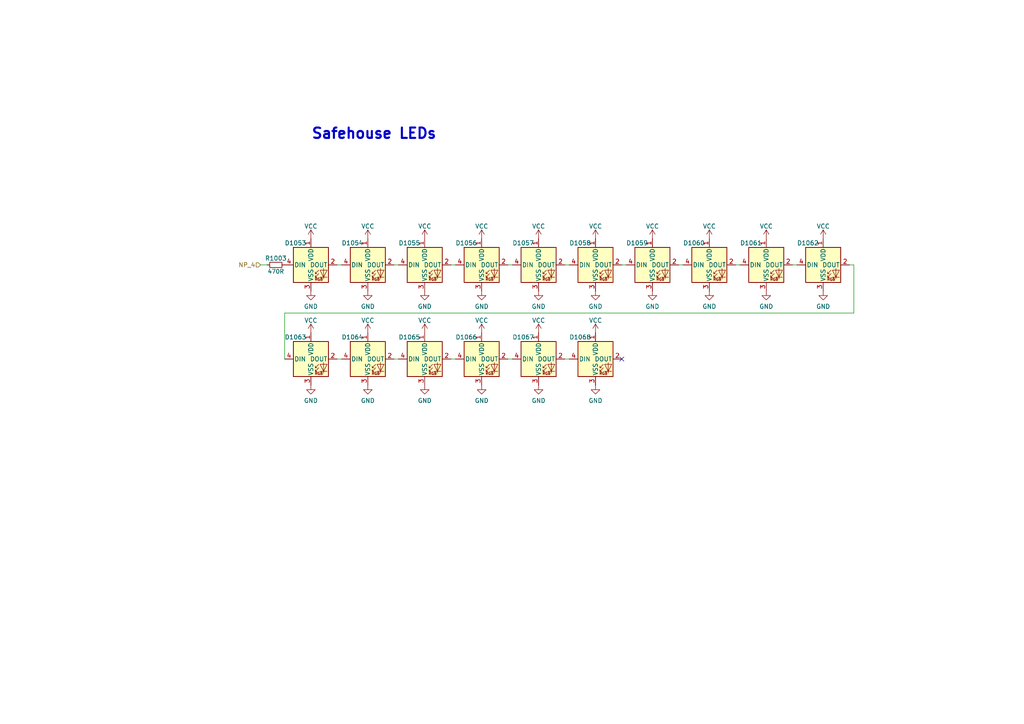
<source format=kicad_sch>
(kicad_sch (version 20230121) (generator eeschema)
  (paper "A4")
  (lib_symbols
    (symbol "Device:R_Small" (pin_numbers hide) (pin_names (offset 0.254) hide)
      (property "Reference" "R" (at 0.762 0.508 0))
      (property "Value" "R_Small" (at 0.762 -1.016 0))
      (symbol "R_Small_0_1"
        (rectangle (start -0.762 1.778) (end 0.762 -1.778) (stroke (width 0.2032)))
      )
      (symbol "R_Small_1_1"
        (pin passive line (at 0 2.54 270) (length 0.762) (name "~") (number "1"))
        (pin passive line (at 0 -2.54 90) (length 0.762) (name "~") (number "2"))
      )
    )
    (symbol "LED:WS2812B" (pin_names (offset 0.254))
      (property "Reference" "D" (at 5.08 5.715 0))
      (property "Value" "WS2812B" (at 1.27 -5.715 0))
      (symbol "WS2812B_0_0"
        (text "RGB" (at 2.286 -4.191 0) (effects (font (size 0.762 0.762))))
      )
      (symbol "WS2812B_0_1"
        (polyline (pts (xy 1.27 -3.556) (xy 1.778 -3.556)))
        (polyline (pts (xy 1.27 -2.54) (xy 1.778 -2.54)))
        (polyline (pts (xy 4.699 -3.556) (xy 2.667 -3.556)))
        (polyline (pts (xy 2.286 -2.54) (xy 1.27 -3.556) (xy 1.27 -3.048)))
        (polyline (pts (xy 2.286 -1.524) (xy 1.27 -2.54) (xy 1.27 -2.032)))
        (polyline (pts (xy 3.683 -1.016) (xy 3.683 -3.556) (xy 3.683 -4.064)))
        (polyline (pts (xy 4.699 -1.524) (xy 2.667 -1.524) (xy 3.683 -3.556) (xy 4.699 -1.524)))
        (rectangle (start 5.08 5.08) (end -5.08 -5.08) (stroke (width 0.254)) (fill (type background)))
      )
      (symbol "WS2812B_1_1"
        (pin power_in line (at 0 7.62 270) (length 2.54) (name "VDD") (number "1"))
        (pin output line (at 7.62 0 180) (length 2.54) (name "DOUT") (number "2"))
        (pin power_in line (at 0 -7.62 90) (length 2.54) (name "VSS") (number "3"))
        (pin input line (at -7.62 0 0) (length 2.54) (name "DIN") (number "4"))
      )
    )
    (symbol "power:GND" (power) (pin_names (offset 0))
      (property "Value" "GND" (at 0 -3.81 0))
      (symbol "GND_0_1"
        (polyline (pts (xy 0 0) (xy 0 -1.27) (xy 1.27 -1.27) (xy 0 -2.54) (xy -1.27 -1.27) (xy 0 -1.27)))
      )
      (symbol "GND_1_1"
        (pin power_in line (at 0 0 270) (length 0) hide (name "GND") (number "1"))
      )
    )
    (symbol "power:VCC" (power) (pin_names (offset 0))
      (property "Value" "VCC" (at 0 3.81 0))
      (symbol "VCC_0_1"
        (polyline (pts (xy -0.762 1.27) (xy 0 2.54)))
        (polyline (pts (xy 0 0) (xy 0 2.54)))
        (polyline (pts (xy 0 2.54) (xy 0.762 1.27)))
      )
      (symbol "VCC_1_1"
        (pin power_in line (at 0 0 90) (length 0) hide (name "VCC") (number "1"))
      )
    )
  )
  (no_connect (at 180.34 104.14))
  (wire (pts (xy 213.36 76.835) (xy 214.63 76.835)))
  (wire (pts (xy 82.55 90.805) (xy 247.65 90.805)))
  (wire (pts (xy 130.81 104.14) (xy 132.08 104.14)))
  (wire (pts (xy 75.565 76.835) (xy 77.47 76.835)))
  (wire (pts (xy 114.3 104.14) (xy 115.57 104.14)))
  (wire (pts (xy 147.32 104.14) (xy 148.59 104.14)))
  (wire (pts (xy 163.83 104.14) (xy 165.1 104.14)))
  (wire (pts (xy 97.79 76.835) (xy 99.06 76.835)))
  (wire (pts (xy 196.85 76.835) (xy 198.12 76.835)))
  (wire (pts (xy 147.32 76.835) (xy 148.59 76.835)))
  (wire (pts (xy 130.81 76.835) (xy 132.08 76.835)))
  (wire (pts (xy 163.83 76.835) (xy 165.1 76.835)))
  (wire (pts (xy 229.87 76.835) (xy 231.14 76.835)))
  (wire (pts (xy 97.79 104.14) (xy 99.06 104.14)))
  (wire (pts (xy 114.3 76.835) (xy 115.57 76.835)))
  (wire (pts (xy 246.38 76.835) (xy 247.65 76.835)))
  (wire (pts (xy 247.65 76.835) (xy 247.65 90.805)))
  (wire (pts (xy 180.34 76.835) (xy 181.61 76.835)))
  (wire (pts (xy 82.55 104.14) (xy 82.55 90.805)))
  (text "Safehouse LEDs" (at 90.17 40.64 0) (effects (font (size 3 3) (thickness 0.6) bold) (justify left bottom)))
  (hierarchical_label "NP_4" (shape input) (at 75.565 76.835 180))
  (symbol (lib_id "power:VCC") (at 123.19 96.52 0) (unit 1)
    (property "Reference" "#PWR01127" (effects hide))
    (property "Value" "VCC" (at 123.19 92.9442 0))
  )
  (symbol (lib_id "power:GND") (at 106.68 84.455 0) (unit 1)
    (property "Reference" "#PWR01116" (effects hide))
    (property "Value" "GND" (at 106.68 88.8984 0))
  )
  (symbol (lib_id "power:VCC") (at 139.7 96.52 0) (unit 1)
    (property "Reference" "#PWR01128" (effects hide))
    (property "Value" "VCC" (at 139.7 92.9442 0))
  )
  (symbol (lib_id "power:VCC") (at 90.17 96.52 0) (unit 1)
    (property "Reference" "#PWR01125" (effects hide))
    (property "Value" "VCC" (at 90.17 92.9442 0))
  )
  (symbol (lib_id "LED:WS2812B") (at 156.21 104.14 0) (unit 1)
    (property "Reference" "D1067" (at 151.765 97.79 0))
    (property "Value" "WS2812B" (effects hide))
    (property "Footprint" "Footprints:LED_WS2812B_edited" (effects hide))
    (property "Datasheet" "https://cdn-shop.adafruit.com/datasheets/WS2812B.pdf" (effects hide))
    (property "Ostalo" "forma" (effects hide))
    (property "U labosu?" "ne" (effects hide))
    (property "JLCPCB Part #" "-" (effects hide))
  )
  (symbol (lib_id "power:VCC") (at 205.74 69.215 0) (unit 1)
    (property "Reference" "#PWR01112" (effects hide))
    (property "Value" "VCC" (at 205.74 65.6392 0))
  )
  (symbol (lib_id "power:VCC") (at 238.76 69.215 0) (unit 1)
    (property "Reference" "#PWR01114" (effects hide))
    (property "Value" "VCC" (at 238.76 65.6392 0))
  )
  (symbol (lib_id "power:VCC") (at 123.19 69.215 0) (unit 1)
    (property "Reference" "#PWR01107" (effects hide))
    (property "Value" "VCC" (at 123.19 65.6392 0))
  )
  (symbol (lib_id "power:GND") (at 123.19 84.455 0) (unit 1)
    (property "Reference" "#PWR01117" (effects hide))
    (property "Value" "GND" (at 123.19 88.8984 0))
  )
  (symbol (lib_id "power:GND") (at 156.21 111.76 0) (unit 1)
    (property "Reference" "#PWR01135" (effects hide))
    (property "Value" "GND" (at 156.21 116.2034 0))
  )
  (symbol (lib_id "power:VCC") (at 189.23 69.215 0) (unit 1)
    (property "Reference" "#PWR01111" (effects hide))
    (property "Value" "VCC" (at 189.23 65.6392 0))
  )
  (symbol (lib_id "LED:WS2812B") (at 189.23 76.835 0) (unit 1)
    (property "Reference" "D1059" (at 184.785 70.485 0))
    (property "Value" "WS2812B" (effects hide))
    (property "Footprint" "Footprints:LED_WS2812B_edited" (effects hide))
    (property "Datasheet" "https://cdn-shop.adafruit.com/datasheets/WS2812B.pdf" (effects hide))
    (property "Ostalo" "forma" (effects hide))
    (property "U labosu?" "ne" (effects hide))
    (property "JLCPCB Part #" "-" (effects hide))
  )
  (symbol (lib_id "power:GND") (at 189.23 84.455 0) (unit 1)
    (property "Reference" "#PWR01121" (effects hide))
    (property "Value" "GND" (at 189.23 88.8984 0))
  )
  (symbol (lib_id "power:GND") (at 156.21 84.455 0) (unit 1)
    (property "Reference" "#PWR01119" (effects hide))
    (property "Value" "GND" (at 156.21 88.8984 0))
  )
  (symbol (lib_id "power:VCC") (at 156.21 69.215 0) (unit 1)
    (property "Reference" "#PWR01109" (effects hide))
    (property "Value" "VCC" (at 156.21 65.6392 0))
  )
  (symbol (lib_id "LED:WS2812B") (at 205.74 76.835 0) (unit 1)
    (property "Reference" "D1060" (at 201.295 70.485 0))
    (property "Value" "WS2812B" (effects hide))
    (property "Footprint" "Footprints:LED_WS2812B_edited" (effects hide))
    (property "Datasheet" "https://cdn-shop.adafruit.com/datasheets/WS2812B.pdf" (effects hide))
    (property "Ostalo" "forma" (effects hide))
    (property "U labosu?" "ne" (effects hide))
    (property "JLCPCB Part #" "-" (effects hide))
  )
  (symbol (lib_id "LED:WS2812B") (at 139.7 76.835 0) (unit 1)
    (property "Reference" "D1056" (at 135.255 70.485 0))
    (property "Value" "WS2812B" (effects hide))
    (property "Footprint" "Footprints:LED_WS2812B_edited" (effects hide))
    (property "Datasheet" "https://cdn-shop.adafruit.com/datasheets/WS2812B.pdf" (effects hide))
    (property "Ostalo" "forma" (effects hide))
    (property "U labosu?" "ne" (effects hide))
    (property "JLCPCB Part #" "-" (effects hide))
  )
  (symbol (lib_id "LED:WS2812B") (at 172.72 76.835 0) (unit 1)
    (property "Reference" "D1058" (at 168.275 70.485 0))
    (property "Value" "WS2812B" (effects hide))
    (property "Footprint" "Footprints:LED_WS2812B_edited" (effects hide))
    (property "Datasheet" "https://cdn-shop.adafruit.com/datasheets/WS2812B.pdf" (effects hide))
    (property "Ostalo" "forma" (effects hide))
    (property "U labosu?" "ne" (effects hide))
    (property "JLCPCB Part #" "-" (effects hide))
  )
  (symbol (lib_id "power:GND") (at 139.7 84.455 0) (unit 1)
    (property "Reference" "#PWR01118" (effects hide))
    (property "Value" "GND" (at 139.7 88.8984 0))
  )
  (symbol (lib_id "LED:WS2812B") (at 106.68 104.14 0) (unit 1)
    (property "Reference" "D1064" (at 102.235 97.79 0))
    (property "Value" "WS2812B" (effects hide))
    (property "Footprint" "Footprints:LED_WS2812B_edited" (effects hide))
    (property "Datasheet" "https://cdn-shop.adafruit.com/datasheets/WS2812B.pdf" (effects hide))
    (property "Ostalo" "forma" (effects hide))
    (property "U labosu?" "ne" (effects hide))
    (property "JLCPCB Part #" "-" (effects hide))
  )
  (symbol (lib_id "power:VCC") (at 172.72 69.215 0) (unit 1)
    (property "Reference" "#PWR01110" (effects hide))
    (property "Value" "VCC" (at 172.72 65.6392 0))
  )
  (symbol (lib_id "LED:WS2812B") (at 106.68 76.835 0) (unit 1)
    (property "Reference" "D1054" (at 102.235 70.485 0))
    (property "Value" "WS2812B" (effects hide))
    (property "Footprint" "Footprints:LED_WS2812B_edited" (effects hide))
    (property "Datasheet" "https://cdn-shop.adafruit.com/datasheets/WS2812B.pdf" (effects hide))
    (property "Ostalo" "forma" (effects hide))
    (property "U labosu?" "ne" (effects hide))
    (property "JLCPCB Part #" "-" (effects hide))
  )
  (symbol (lib_id "LED:WS2812B") (at 123.19 104.14 0) (unit 1)
    (property "Reference" "D1065" (at 118.745 97.79 0))
    (property "Value" "WS2812B" (effects hide))
    (property "Footprint" "Footprints:LED_WS2812B_edited" (effects hide))
    (property "Datasheet" "https://cdn-shop.adafruit.com/datasheets/WS2812B.pdf" (effects hide))
    (property "Ostalo" "forma" (effects hide))
    (property "U labosu?" "ne" (effects hide))
    (property "JLCPCB Part #" "-" (effects hide))
  )
  (symbol (lib_id "power:GND") (at 172.72 111.76 0) (unit 1)
    (property "Reference" "#PWR01136" (effects hide))
    (property "Value" "GND" (at 172.72 116.2034 0))
  )
  (symbol (lib_id "LED:WS2812B") (at 90.17 104.14 0) (unit 1)
    (property "Reference" "D1063" (at 85.725 97.79 0))
    (property "Value" "WS2812B" (effects hide))
    (property "Footprint" "Footprints:LED_WS2812B_edited" (effects hide))
    (property "Datasheet" "https://cdn-shop.adafruit.com/datasheets/WS2812B.pdf" (effects hide))
    (property "Ostalo" "forma" (effects hide))
    (property "U labosu?" "ne" (effects hide))
    (property "JLCPCB Part #" "-" (effects hide))
  )
  (symbol (lib_id "LED:WS2812B") (at 139.7 104.14 0) (unit 1)
    (property "Reference" "D1066" (at 135.255 97.79 0))
    (property "Value" "WS2812B" (effects hide))
    (property "Footprint" "Footprints:LED_WS2812B_edited" (effects hide))
    (property "Datasheet" "https://cdn-shop.adafruit.com/datasheets/WS2812B.pdf" (effects hide))
    (property "Ostalo" "forma" (effects hide))
    (property "U labosu?" "ne" (effects hide))
    (property "JLCPCB Part #" "-" (effects hide))
  )
  (symbol (lib_id "power:GND") (at 106.68 111.76 0) (unit 1)
    (property "Reference" "#PWR01132" (effects hide))
    (property "Value" "GND" (at 106.68 116.2034 0))
  )
  (symbol (lib_id "Device:R_Small") (at 80.01 76.835 90) (unit 1)
    (property "Reference" "R1003" (at 80.01 74.93 90))
    (property "Value" "470R" (at 80.01 78.74 90) (effects (font (size 1.2 1.2))))
    (property "Footprint" "Resistor_SMD:R_0603_1608Metric" (effects hide))
    (property "U labosu?" "da" (effects hide))
  )
  (symbol (lib_id "power:GND") (at 205.74 84.455 0) (unit 1)
    (property "Reference" "#PWR01122" (effects hide))
    (property "Value" "GND" (at 205.74 88.8984 0))
  )
  (symbol (lib_id "LED:WS2812B") (at 90.17 76.835 0) (unit 1)
    (property "Reference" "D1053" (at 85.725 70.485 0))
    (property "Value" "WS2812B" (effects hide))
    (property "Footprint" "Footprints:LED_WS2812B_edited" (effects hide))
    (property "Datasheet" "https://cdn-shop.adafruit.com/datasheets/WS2812B.pdf" (effects hide))
    (property "Ostalo" "forma" (effects hide))
    (property "U labosu?" "ne" (effects hide))
    (property "JLCPCB Part #" "-" (effects hide))
  )
  (symbol (lib_id "power:GND") (at 139.7 111.76 0) (unit 1)
    (property "Reference" "#PWR01134" (effects hide))
    (property "Value" "GND" (at 139.7 116.2034 0))
  )
  (symbol (lib_id "power:GND") (at 238.76 84.455 0) (unit 1)
    (property "Reference" "#PWR01124" (effects hide))
    (property "Value" "GND" (at 238.76 88.8984 0))
  )
  (symbol (lib_id "power:VCC") (at 90.17 69.215 0) (unit 1)
    (property "Reference" "#PWR01105" (effects hide))
    (property "Value" "VCC" (at 90.17 65.6392 0))
  )
  (symbol (lib_id "power:VCC") (at 156.21 96.52 0) (unit 1)
    (property "Reference" "#PWR01129" (effects hide))
    (property "Value" "VCC" (at 156.21 92.9442 0))
  )
  (symbol (lib_id "power:GND") (at 172.72 84.455 0) (unit 1)
    (property "Reference" "#PWR01120" (effects hide))
    (property "Value" "GND" (at 172.72 88.8984 0))
  )
  (symbol (lib_id "power:VCC") (at 106.68 69.215 0) (unit 1)
    (property "Reference" "#PWR01106" (effects hide))
    (property "Value" "VCC" (at 106.68 65.6392 0))
  )
  (symbol (lib_id "power:GND") (at 90.17 84.455 0) (unit 1)
    (property "Reference" "#PWR01115" (effects hide))
    (property "Value" "GND" (at 90.17 88.8984 0))
  )
  (symbol (lib_id "power:GND") (at 123.19 111.76 0) (unit 1)
    (property "Reference" "#PWR01133" (effects hide))
    (property "Value" "GND" (at 123.19 116.2034 0))
  )
  (symbol (lib_id "LED:WS2812B") (at 123.19 76.835 0) (unit 1)
    (property "Reference" "D1055" (at 118.745 70.485 0))
    (property "Value" "WS2812B" (effects hide))
    (property "Footprint" "Footprints:LED_WS2812B_edited" (effects hide))
    (property "Datasheet" "https://cdn-shop.adafruit.com/datasheets/WS2812B.pdf" (effects hide))
    (property "Ostalo" "forma" (effects hide))
    (property "U labosu?" "ne" (effects hide))
    (property "JLCPCB Part #" "-" (effects hide))
  )
  (symbol (lib_id "LED:WS2812B") (at 222.25 76.835 0) (unit 1)
    (property "Reference" "D1061" (at 217.805 70.485 0))
    (property "Value" "WS2812B" (effects hide))
    (property "Footprint" "Footprints:LED_WS2812B_edited" (effects hide))
    (property "Datasheet" "https://cdn-shop.adafruit.com/datasheets/WS2812B.pdf" (effects hide))
    (property "Ostalo" "forma" (effects hide))
    (property "U labosu?" "ne" (effects hide))
    (property "JLCPCB Part #" "-" (effects hide))
  )
  (symbol (lib_id "power:VCC") (at 139.7 69.215 0) (unit 1)
    (property "Reference" "#PWR01108" (effects hide))
    (property "Value" "VCC" (at 139.7 65.6392 0))
  )
  (symbol (lib_id "power:VCC") (at 106.68 96.52 0) (unit 1)
    (property "Reference" "#PWR01126" (effects hide))
    (property "Value" "VCC" (at 106.68 92.9442 0))
  )
  (symbol (lib_id "LED:WS2812B") (at 172.72 104.14 0) (unit 1)
    (property "Reference" "D1068" (at 168.275 97.79 0))
    (property "Value" "WS2812B" (effects hide))
    (property "Footprint" "Footprints:LED_WS2812B_edited" (effects hide))
    (property "Datasheet" "https://cdn-shop.adafruit.com/datasheets/WS2812B.pdf" (effects hide))
    (property "Ostalo" "forma" (effects hide))
    (property "U labosu?" "ne" (effects hide))
    (property "JLCPCB Part #" "-" (effects hide))
  )
  (symbol (lib_id "LED:WS2812B") (at 238.76 76.835 0) (unit 1)
    (property "Reference" "D1062" (at 234.315 70.485 0))
    (property "Value" "WS2812B" (effects hide))
    (property "Footprint" "Footprints:LED_WS2812B_edited" (effects hide))
    (property "Datasheet" "https://cdn-shop.adafruit.com/datasheets/WS2812B.pdf" (effects hide))
    (property "Ostalo" "forma" (effects hide))
    (property "U labosu?" "ne" (effects hide))
    (property "JLCPCB Part #" "-" (effects hide))
  )
  (symbol (lib_id "power:GND") (at 90.17 111.76 0) (unit 1)
    (property "Reference" "#PWR01131" (effects hide))
    (property "Value" "GND" (at 90.17 116.2034 0))
  )
  (symbol (lib_id "power:GND") (at 222.25 84.455 0) (unit 1)
    (property "Reference" "#PWR01123" (effects hide))
    (property "Value" "GND" (at 222.25 88.8984 0))
  )
  (symbol (lib_id "power:VCC") (at 222.25 69.215 0) (unit 1)
    (property "Reference" "#PWR01113" (effects hide))
    (property "Value" "VCC" (at 222.25 65.6392 0))
  )
  (symbol (lib_id "LED:WS2812B") (at 156.21 76.835 0) (unit 1)
    (property "Reference" "D1057" (at 151.765 70.485 0))
    (property "Value" "WS2812B" (effects hide))
    (property "Footprint" "Footprints:LED_WS2812B_edited" (effects hide))
    (property "Datasheet" "https://cdn-shop.adafruit.com/datasheets/WS2812B.pdf" (effects hide))
    (property "Ostalo" "forma" (effects hide))
    (property "U labosu?" "ne" (effects hide))
    (property "JLCPCB Part #" "-" (effects hide))
  )
  (symbol (lib_id "power:VCC") (at 172.72 96.52 0) (unit 1)
    (property "Reference" "#PWR01130" (effects hide))
    (property "Value" "VCC" (at 172.72 92.9442 0))
  )
)
</source>
